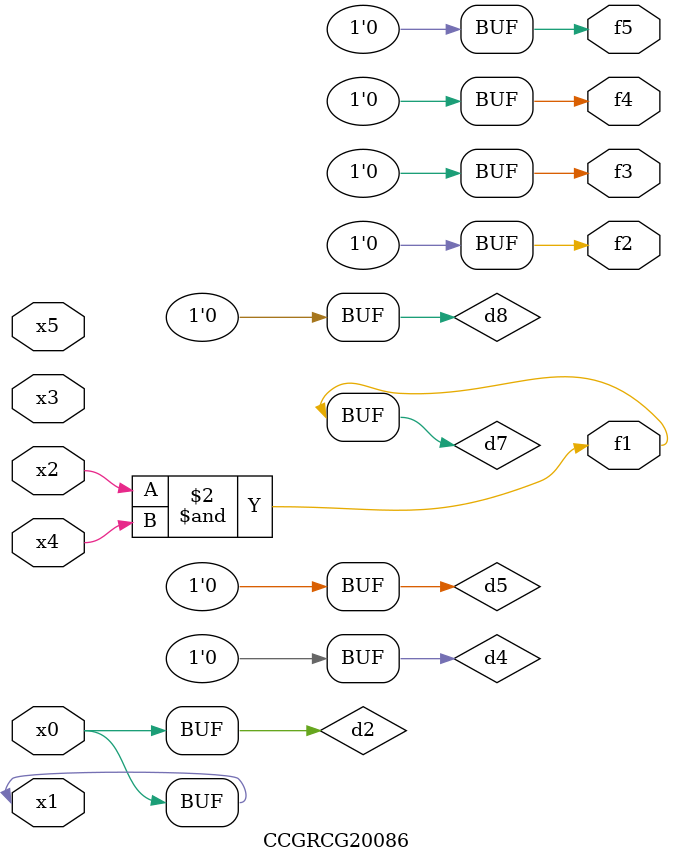
<source format=v>
module CCGRCG20086(
	input x0, x1, x2, x3, x4, x5,
	output f1, f2, f3, f4, f5
);

	wire d1, d2, d3, d4, d5, d6, d7, d8, d9;

	nand (d1, x1);
	buf (d2, x0, x1);
	nand (d3, x2, x4);
	and (d4, d1, d2);
	and (d5, d1, d2);
	nand (d6, d1, d3);
	not (d7, d3);
	xor (d8, d5);
	nor (d9, d5, d6);
	assign f1 = d7;
	assign f2 = d8;
	assign f3 = d8;
	assign f4 = d8;
	assign f5 = d8;
endmodule

</source>
